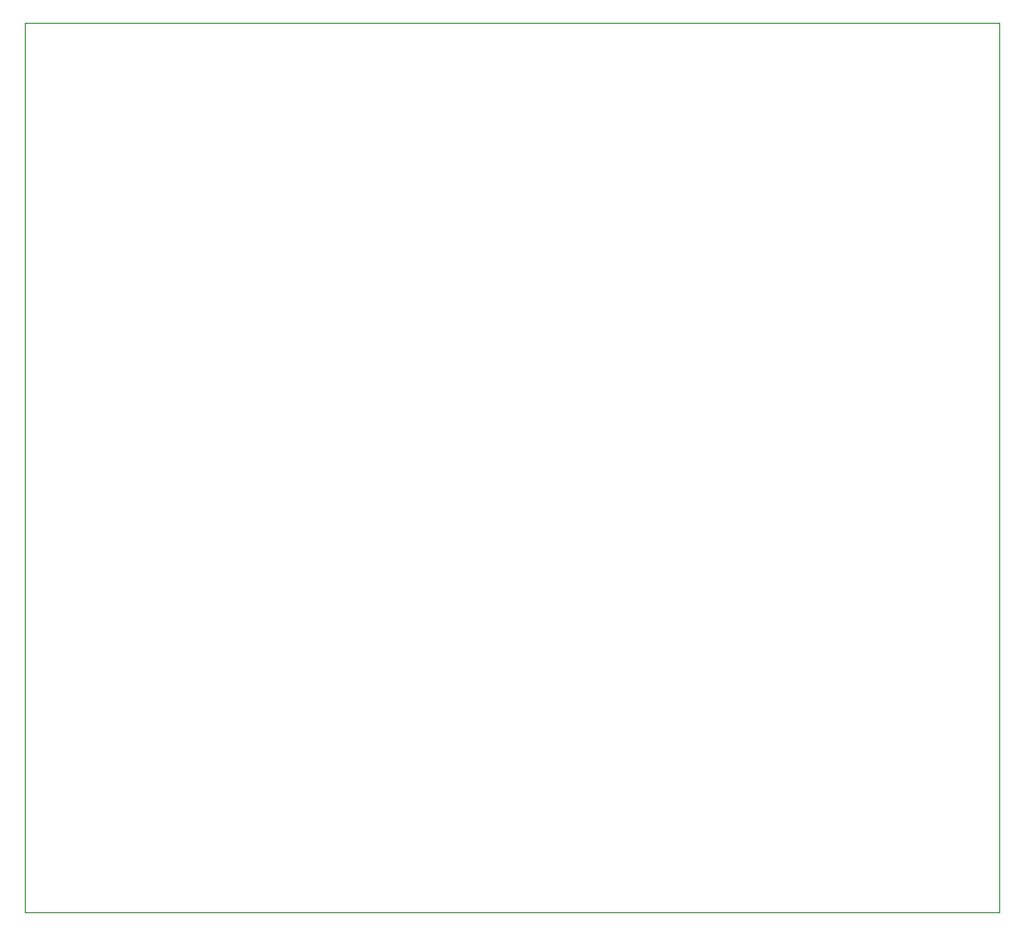
<source format=gm1>
G04 #@! TF.GenerationSoftware,KiCad,Pcbnew,6.0.10-86aedd382b~118~ubuntu20.04.1*
G04 #@! TF.CreationDate,2023-01-03T17:42:14+00:00*
G04 #@! TF.ProjectId,srom,73726f6d-2e6b-4696-9361-645f70636258,rev?*
G04 #@! TF.SameCoordinates,Original*
G04 #@! TF.FileFunction,Profile,NP*
%FSLAX46Y46*%
G04 Gerber Fmt 4.6, Leading zero omitted, Abs format (unit mm)*
G04 Created by KiCad (PCBNEW 6.0.10-86aedd382b~118~ubuntu20.04.1) date 2023-01-03 17:42:14*
%MOMM*%
%LPD*%
G01*
G04 APERTURE LIST*
G04 #@! TA.AperFunction,Profile*
%ADD10C,0.100000*%
G04 #@! TD*
G04 APERTURE END LIST*
D10*
X23180000Y-49980000D02*
X106460000Y-49980000D01*
X106460000Y-49980000D02*
X106460000Y-126070000D01*
X106460000Y-126070000D02*
X23180000Y-126070000D01*
X23180000Y-126070000D02*
X23180000Y-49980000D01*
M02*

</source>
